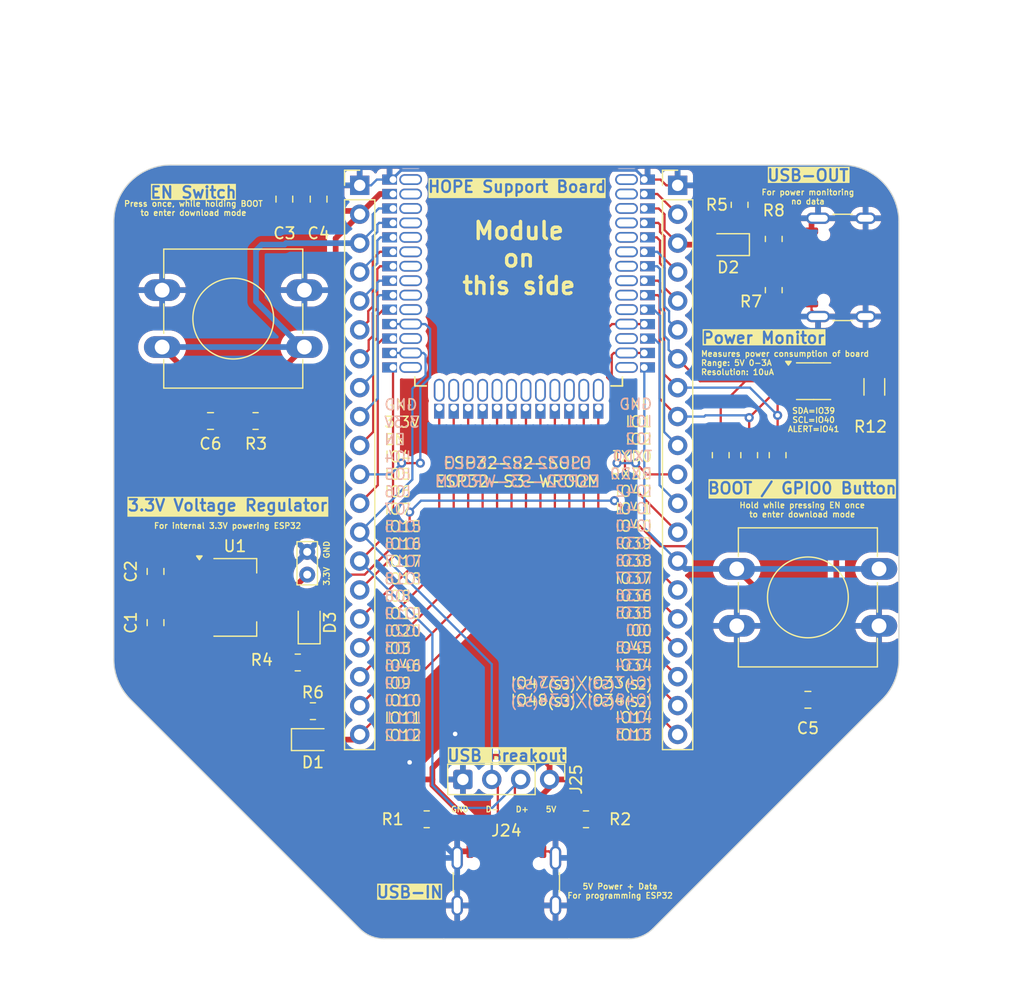
<source format=kicad_pcb>
(kicad_pcb (version 20240108) (generator "pcbnew") (generator_version "8.0")
  (layers (0 "F.Cu" signal) (31 "B.Cu" signal) (34 "B.Paste" user) (35 "F.Paste" user) (36 "B.SilkS" user "B.Silkscreen") (37 "F.SilkS" user "F.Silkscreen") (38 "B.Mask" user) (39 "F.Mask" user) (44 "Edge.Cuts" user))
  (net 0 "")
  (net 1 "GND")
  (net 2 "/EN")
  (net 3 "/IO34")
  (net 4 "/IO35")
  (net 5 "/IO33")
  (net 6 "/IO14")
  (net 7 "/IO12")
  (net 8 "/IO13")
  (net 9 "/IO15")
  (net 10 "/IO2")
  (net 11 "/IO21")
  (net 12 "+5V")
  (net 13 "/IO18")
  (net 14 "/IO5")
  (net 15 "/IO16")
  (net 16 "/IO4")
  (net 17 "/IO0")
  (net 18 "+3.3V")
  (net 19 "/IO6")
  (net 20 "/IO7")
  (net 21 "/IO17")
  (net 22 "/IO8")
  (net 23 "Net-(D1-K)")
  (net 24 "/IO3")
  (net 25 "/IO46")
  (net 26 "/IO9")
  (net 27 "/IO10")
  (net 28 "/IO11")
  (net 29 "/IO1")
  (net 30 "/TXD0")
  (net 31 "/RXD0")
  (net 32 "/IO42")
  (net 33 "/IO41")
  (net 34 "/IO40")
  (net 35 "/IO39")
  (net 36 "/IO38")
  (net 37 "/IO37")
  (net 38 "/IO36")
  (net 39 "/IO45")
  (net 40 "Net-(D2-K)")
  (net 41 "Net-(D3-K)")
  (net 42 "D+")
  (net 43 "D-")
  (net 45 "Net-(J24-CC1)")
  (net 46 "Net-(J24-CC2)")
  (net 50 "/5VOUT")
  (net 52 "Net-(J26-CC1)")
  (net 54 "Net-(J26-CC2)")
  (footprint "Connector_PinHeader_2.54mm:PinHeader_1x20_P2.54mm_Vertical" (layer "F.Cu") (at 162.052 81.788)
    (property "Reference" "J22" (hide yes))
    (property "Value" "Conn_01x20")
  )
  (footprint "Package_SO:VSSOP-10_3x3mm_P0.5mm" (layer "F.Cu") (at 174 99)
    (property "Reference" "U2" (hide yes))
    (property "Value" "INA228")
  )
  (footprint "Package_TO_SOT_SMD:SOT-223-3_TabPin2" (layer "F.Cu") (at 123.15 118)
    (property "Reference" "U1")
    (property "Value" "LD1117S33TR_SOT223")
  )
  (footprint "Capacitor_SMD:C_0805_2012Metric_Pad1.18x1.45mm_HandSolder" (layer "F.Cu") (at 127.49 83 90)
    (property "Reference" "C3")
    (property "Value" "1uF")
  )
  (footprint "FlexyPin:FlexyPin_1x02_P1.27mm" (layer "F.Cu") (at 152.534 101.346 90)
    (property "Reference" "J14" (hide yes))
    (property "Value" "Conn_01x02")
  )
  (footprint "Resistor_SMD:R_0805_2012Metric_Pad1.20x1.40mm_HandSolder" (layer "F.Cu") (at 165.84 105.5 -90)
    (property "Reference" "R11" (hide yes))
    (property "Value" "5.1k")
  )
  (footprint "FlexyPin:FlexyPin_1x02_P1.27mm" (layer "F.Cu") (at 137.04 86.36)
    (property "Reference" "J4" (hide yes))
    (property "Value" "Conn_01x02")
  )
  (footprint "Resistor_SMD:R_0805_2012Metric_Pad1.20x1.40mm_HandSolder" (layer "F.Cu") (at 170.5 91 -90)
    (property "Reference" "R7")
    (property "Value" "10k")
  )
  (footprint "Capacitor_SMD:C_0805_2012Metric_Pad1.18x1.45mm_HandSolder" (layer "F.Cu") (at 116.17 115.72 90)
    (property "Reference" "C2")
    (property "Value" "10uF")
  )
  (footprint "Connector_PinHeader_2.54mm:PinHeader_1x04_P2.54mm_Vertical" (layer "F.Cu") (at 150.8 134 -90)
    (property "Reference" "J25")
    (property "Value" "Conn_01x04")
  )
  (footprint "FlexyPin:FlexyPin_1x02_P1.27mm" (layer "F.Cu") (at 137.04 93.98)
    (property "Reference" "J7" (hide yes))
    (property "Value" "Conn_01x02")
  )
  (footprint "Connector_PinHeader_2.54mm:PinHeader_1x20_P2.54mm_Vertical" (layer "F.Cu") (at 134.112 81.788)
    (property "Reference" "J1" (hide yes))
    (property "Value" "Conn_01x20")
  )
  (footprint "FlexyPin:FlexyPin_1x02_P1.27mm" (layer "F.Cu") (at 147.454 101.346 90)
    (property "Reference" "J11" (hide yes))
    (property "Value" "Conn_01x02")
  )
  (footprint "FlexyPin:FlexyPin_1x02_P1.27mm" (layer "F.Cu") (at 137.04 88.9)
    (property "Reference" "J5" (hide yes))
    (property "Value" "Conn_01x02")
  )
  (footprint "FlexyPin:FlexyPin_1x02_P1.27mm" (layer "F.Cu") (at 137.04 91.44)
    (property "Reference" "J6" (hide yes))
    (property "Value" "Conn_01x02")
  )
  (footprint "Resistor_SMD:R_0805_2012Metric_Pad1.20x1.40mm_HandSolder" (layer "F.Cu") (at 170.5 86.5 90)
    (property "Reference" "R8")
    (property "Value" "10k")
  )
  (footprint "FlexyPin:FlexyPin_1x02_P1.27mm" (layer "F.Cu") (at 159.1126 87.63 180)
    (property "Reference" "J17" (hide yes))
    (property "Value" "Conn_01x02")
  )
  (footprint "Resistor_SMD:R_0805_2012Metric_Pad1.20x1.40mm_HandSolder" (layer "F.Cu") (at 140 137.5)
    (property "Reference" "R1")
    (property "Value" "5.1k")
  )
  (footprint "Capacitor_SMD:C_0805_2012Metric_Pad1.18x1.45mm_HandSolder" (layer "F.Cu") (at 130.5 83 90)
    (property "Reference" "C4")
    (property "Value" ".1uF")
  )
  (footprint "FlexyPin:FlexyPin_1x02_P1.27mm" (layer "F.Cu") (at 159.1126 85.09 180)
    (property "Reference" "J16" (hide yes))
    (property "Value" "Conn_01x02")
  )
  (footprint "Capacitor_SMD:C_0805_2012Metric_Pad1.18x1.45mm_HandSolder" (layer "F.Cu") (at 121 102.5)
    (property "Reference" "C6")
    (property "Value" ".1uF")
  )
  (footprint "FlexyPin:FlexyPin_1x02_P1.27mm" (layer "F.Cu") (at 159.1126 90.17 180)
    (property "Reference" "J18" (hide yes))
    (property "Value" "Conn_01x02")
  )
  (footprint "FlexyPin:FlexyPin_1x02_P1.27mm" (layer "F.Cu") (at 159.1126 92.71 180)
    (property "Reference" "J19" (hide yes))
    (property "Value" "Conn_01x02")
  )
  (footprint "FlexyPin:FlexyPin_1x01_P1.27mm" (layer "F.Cu") (at 155.08 101.34 90)
    (property "Reference" "J23" (hide yes))
    (property "Value" "Conn_01x01")
  )
  (footprint "FlexyPin:FlexyPin_1x02_P1.27mm" (layer "F.Cu") (at 137.04 81.28)
    (property "Reference" "J2" (hide yes))
    (property "Value" "Conn_01x02")
  )
  (footprint "Connector_USB:USB_C_Receptacle_GCT_USB4105-xx-A_16P_TopMnt_Horizontal" (layer "F.Cu") (at 177.5 89 90)
    (property "Reference" "J26" (hide yes))
    (property "Value" "USB_C_Receptacle_USB2.0")
  )
  (footprint "Resistor_SMD:R_0805_2012Metric_Pad1.20x1.40mm_HandSolder" (layer "F.Cu") (at 154 137.5 180)
    (property "Reference" "R2")
    (property "Value" "5.1k")
  )
  (footprint "Resistor_SMD:R_0805_2012Metric_Pad1.20x1.40mm_HandSolder" (layer "F.Cu") (at 168.34 105.5 -90)
    (property "Reference" "R9" (hide yes))
    (property "Value" "5.1k")
  )
  (footprint "Resistor_SMD:R_1206_3216Metric_Pad1.30x1.75mm_HandSolder" (layer "F.Cu") (at 179.34 99.5 -90)
    (property "Reference" "R12")
    (property "Value" "50m")
  )
  (footprint "Capacitor_SMD:C_0805_2012Metric_Pad1.18x1.45mm_HandSolder" (layer "F.Cu") (at 116.17 120.22 -90)
    (property "Reference" "C1")
    (property "Value" "100nF")
  )
  (footprint "Resistor_SMD:R_0805_2012Metric_Pad1.20x1.40mm_HandSolder" (layer "F.Cu") (at 167.5 83.5 90)
    (property "Reference" "R5")
    (property "Value" "130")
  )
  (footprint "FlexyPin:FlexyPin_1x02_P1.27mm" (layer "F.Cu") (at 137.04 83.82)
    (property "Reference" "J3" (hide yes))
    (property "Value" "Conn_01x02")
  )
  (footprint "Button_Switch_THT:SW_PUSH-12mm" (layer "F.Cu") (at 116.75 91)
    (property "Reference" "SW2" (hide yes))
    (property "Value" "Reset")
  )
  (footprint "Diode_SMD:D_0805_2012Metric_Pad1.15x1.40mm_HandSolder" (layer "F.Cu") (at 129.67 120.22 90)
    (property "Reference" "D3")
    (property "Value" "LED")
  )
  (footprint "Button_Switch_THT:SW_PUSH-12mm" (layer "F.Cu") (at 167.25 115.5)
    (property "Reference" "SW1" (hide yes))
    (property "Value" "Boot")
  )
  (footprint "Diode_SMD:D_0805_2012Metric_Pad1.15x1.40mm_HandSolder" (layer "F.Cu") (at 166.5 87 180)
    (property "Reference" "D2")
    (property "Value" "LED")
  )
  (footprint "Capacitor_SMD:C_0805_2012Metric_Pad1.18x1.45mm_HandSolder" (layer "F.Cu") (at 173.5 127)
    (property "Reference" "C5")
    (property "Value" ".1uF")
  )
  (footprint "Connector_USB:USB_C_Receptacle_GCT_USB4105-xx-A_16P_TopMnt_Horizontal" (layer "F.Cu") (at 147 144)
    (property "Reference" "J24")
    (property "Value" "USB_C_Receptacle_USB2.0")
  )
  (footprint "TestPoint:TestPoint_Bridge_Pitch2.0mm_Drill0.7mm" (layer "F.Cu") (at 129.5 116 90)
    (property "Reference" "REF**" (hide yes))
    (property "Value" "TestPoint_Bridge_Pitch2.0mm_Drill0.7mm")
  )
  (footprint "FlexyPin:FlexyPin_1x02_P1.27mm" (layer "F.Cu") (at 159.1126 97.79 180)
    (property "Reference" "J21" (hide yes))
    (property "Value" "Conn_01x02")
  )
  (footprint "FlexyPin:FlexyPin_1x02_P1.27mm" (layer "F.Cu") (at 159.1126 82.55 180)
    (property "Reference" "J15" (hide yes))
    (property "Value" "Conn_01x02")
  )
  (footprint "Resistor_SMD:R_0805_2012Metric_Pad1.20x1.40mm_HandSolder" (layer "F.Cu") (at 170.84 105.5 -90)
    (property "Reference" "R10" (hide yes))
    (property "Value" "5.1k")
  )
  (footprint "Resistor_SMD:R_0805_2012Metric_Pad1.20x1.40mm_HandSolder" (layer "F.Cu") (at 130 128)
    (property "Reference" "R6")
    (property "Value" "130")
  )
  (footprint "FlexyPin:FlexyPin_1x01_P1.27mm" (layer "F.Cu") (at 141.1 101.34 90)
    (property "Reference" "J12" (hide yes))
    (property "Value" "Conn_01x01")
  )
  (footprint "FlexyPin:FlexyPin_1x02_P1.27mm" (layer "F.Cu") (at 149.994 101.346 90)
    (property "Reference" "J13" (hide yes))
    (property "Value" "Conn_01x02")
  )
  (footprint "Resistor_SMD:R_0805_2012Metric_Pad1.20x1.40mm_HandSolder" (layer "F.Cu") (at 124.9625 102.5 180)
    (property "Reference" "R3")
    (property "Value" "10k")
  )
  (footprint "Resistor_SMD:R_0805_2012Metric_Pad1.20x1.40mm_HandSolder" (layer "F.Cu") (at 128.67 123.72 180)
    (property "Reference" "R4")
    (property "Value" "130")
  )
  (footprint "FlexyPin:FlexyPin_1x02_P1.27mm" (layer "F.Cu") (at 144.914 101.346 90)
    (property "Reference" "J10" (hide yes))
    (property "Value" "Conn_01x02")
  )
  (footprint "FlexyPin:FlexyPin_1x02_P1.27mm" (layer "F.Cu") (at 137.04 96.52)
    (property "Reference" "J8" (hide yes))
    (property "Value" "Conn_01x02")
  )
  (footprint "FlexyPin:FlexyPin_1x02_P1.27mm" (layer "F.Cu") (at 159.1126 95.2545 180)
    (property "Reference" "J20" (hide yes))
    (property "Value" "Conn_01x02")
  )
  (footprint "FlexyPin:FlexyPin_1x02_P1.27mm" (layer "F.Cu") (at 142.374 101.346 90)
    (property "Reference" "J9" (hide yes))
    (property "Value" "Conn_01x02")
  )
  (footprint "Diode_SMD:D_0805_2012Metric_Pad1.15x1.40mm_HandSolder" (layer "F.Cu") (at 129.975 130.5)
    (property "Reference" "D1")
    (property "Value" "LED")
  )
  (gr_line (start 138.96 99.415) (end 139.96 99.415) (stroke (width 0.15)) (layer "F.SilkS"))
  (gr_line (start 138.96 98.635) (end 138.96 99.415) (stroke (width 0.15)) (layer "F.SilkS"))
  (gr_line (start 157.2 98.635) (end 157.2 99.415) (stroke (width 0.15)) (layer "F.SilkS"))
  (gr_line (start 157.2 99.415) (end 156.2 99.415) (stroke (width 0.15)) (layer "F.SilkS"))
  (gr_arc (start 176.5 80) (mid 180.035534 81.464466) (end 181.5 85) (stroke (width 0.1)) (layer "Edge.Cuts"))
  (gr_line (start 112.5 123.428932) (end 112.5 85) (stroke (width 0.1)) (layer "Edge.Cuts"))
  (gr_arc (start 112.5 85) (mid 113.964466 81.464466) (end 117.5 80) (stroke (width 0.1)) (layer "Edge.Cuts"))
  (gr_arc (start 159.87868 147.12132) (mid 158.90541 147.771639) (end 157.757359 148) (stroke (width 0.1)) (layer "Edge.Cuts"))
  (gr_arc (start 181.5 123.428932) (mid 181.119387 125.342342) (end 180.035534 126.964466) (stroke (width 0.1)) (layer "Edge.Cuts"))
  (gr_line (start 181.5 85) (end 181.5 123.428932) (stroke (width 0.1)) (layer "Edge.Cuts"))
  (gr_line (start 152.5 148) (end 157.757359 148) (stroke (width 0.1)) (layer "Edge.Cuts"))
  (gr_line (start 152.5 148) (end 141.5 148) (stroke (width 0.1)) (layer "Edge.Cuts"))
  (gr_line (start 134.12132 147.12132) (end 113.964466 126.964466) (stroke (width 0.1)) (layer "Edge.Cuts"))
  (gr_line (start 159.87868 147.12132) (end 180.035534 126.964466) (stroke (width 0.1)) (layer "Edge.Cuts"))
  (gr_line (start 117.5 80) (end 176.5 80) (stroke (width 0.1)) (layer "Edge.Cuts"))
  (gr_arc (start 113.964466 126.964466) (mid 112.880592 125.342351) (end 112.5 123.428932) (stroke (width 0.1)) (layer "Edge.Cuts"))
  (gr_line (start 136.242641 148) (end 141.5 148) (stroke (width 0.1)) (layer "Edge.Cuts"))
  (gr_arc (start 136.242641 148) (mid 135.09459 147.771638) (end 134.12132 147.12132) (stroke (width 0.1)) (layer "Edge.Cuts"))
  (gr_text "ESP32-S2-SOLO\nESP32-S3-WROOM\n" (at 147.98 107 0) (layer "B.SilkS") (effects (font (size 1 1)) (justify mirror)))
  (gr_text "GND\n3.3V\nEN\nIO4\nIO5\nIO6\nIO7\nIO15\nIO16\nIO17\nIO18\nIO8\nIO19\nIO20\nIO3\nIO46\nIO9\nIO10\nIO11\nIO12" (at 136.186479 115.595069 0) (layer "B.SilkS") (effects (font (size 0.95 0.95) (thickness 0.13)) (justify right mirror)))
  (gr_text "\nGND\nIO1\nIO2\nTXD0\nRXD0\nIO42\nIO41\nIO40\nIO39\nIO38\nIO37\nIO36\nIO35\nIO0\nIO45\nIO34\nIO47_{(S3)}/IO33_{(S2)}\nIO48_{(S3)}/IO34_{(S2)}\nIO14\nIO13" (at 159.898285 114.780845 0) (layer "B.SilkS") (effects (font (size 0.95 0.95) (thickness 0.13)) (justify left mirror)))
  (gr_text "SDA=IO39\nSCL=IO40\nALERT=IO41" (at 174 103.5 0) (layer "F.SilkS") (effects (font (size 0.5 0.5) (thickness 0.1) (bold yes)) (justify bottom)))
  (gr_text "Power Monitor" (at 169.576044 95.776262 0) (layer "F.SilkS" knockout) (effects (font (size 1 1) (thickness 0.2) (bold yes)) (justify bottom)))
  (gr_text "For power monitoring\nno data" (at 173.5 83.5 0) (layer "F.SilkS") (effects (font (size 0.5 0.5) (thickness 0.1) (bold yes)) (justify bottom)))
  (gr_text "USB Breakout" (at 147 132.5 0) (layer "F.SilkS" knockout) (effects (font (size 1 1) (thickness 0.2) (bold yes)) (justify bottom)))
  (gr_text "3.3V  GND" (at 131.5 115 90) (layer "F.SilkS") (effects (font (size 0.5 0.5) (thickness 0.1) (bold yes)) (justify bottom)))
  (gr_text "Hold while pressing EN once\nto enter download mode" (at 173 111 0) (layer "F.SilkS") (effects (font (size 0.5 0.5) (thickness 0.1) (bold yes)) (justify bottom)))
  (gr_text "Measures power consumption of board\nRange: 5V 0-3A\nResolution: 10uA" (at 164.056695 98.492308 0) (layer "F.SilkS") (effects (font (size 0.5 0.5) (thickness 0.1) (bold yes)) (justify left bottom)))
  (gr_text "EN Switch" (at 119.5 83 0) (layer "F.SilkS" knockout) (effects (font (size 1 1) (thickness 0.2) (bold yes)) (justify bottom)))
  (gr_text "Press once, while holding BOOT\nto enter download mode" (at 119.5 84.5 0) (layer "F.SilkS") (effects (font (size 0.5 0.5) (thickness 0.1) (bold yes)) (justify bottom)))
  (gr_text "Module\non\nthis side" (at 148.1 88.2 0) (layer "F.SilkS") (effects (font (size 1.5 1.5) (thickness 0.3) (bold yes))))
  (gr_text "GND    D-    D+    5V" (at 146.761537 136.918024 0) (layer "F.SilkS") (effects (font (size 0.5 0.5) (thickness 0.1) (bold yes)) (justify bottom)))
  (gr_text "HOPE Support Board" (at 140 82.5 0) (layer "F.SilkS" knockout) (effects (font (size 1 1) (thickness 0.2) (bold yes)) (justify left bottom)))
  (gr_text "3.3V Voltage Regulator\n" (at 122.5 110.5 0) (layer "F.SilkS" knockout) (effects (font (size 1 1) (thickness 0.2) (bold yes)) (justify bottom)))
  (gr_text "GND\n3.3V\nEN\nIO4\nIO5\nIO6\nIO7\nIO15\nIO16\nIO17\nIO18\nIO8\nIO19\nIO20\nIO3\nIO46\nIO9\nIO10\nIO11\nIO12" (at 136.2 115.6 0) (layer "F.SilkS") (effects (font (size 0.95 0.95) (thickness 0.13)) (justify left)))
  (gr_text "USB-OUT" (at 173.5 81.5 0) (layer "F.SilkS" knockout) (effects (font (size 1 1) (thickness 0.2) (bold yes)) (justify bottom)))
  (gr_text "\nGND\nIO1\nIO2\nTXD0\nRXD0\nIO42\nIO41\nIO40\nIO39\nIO38\nIO37\nIO36\nIO35\nIO0\nIO45\nIO34\nIO47_{(S3)}/IO33_{(S2)}\nIO48_{(S3)}/IO34_{(S2)}\nIO14\nIO13" (at 159.9 114.8 0) (layer "F.SilkS") (effects (font (size 0.95 0.95) (thickness 0.13)) (justify right)))
  (gr_text "BOOT / GPIO0 Button" (at 173 109 0) (layer "F.SilkS" knockout) (effects (font (size 1 1) (thickness 0.2) (bold yes)) (justify bottom)))
  (gr_text "5V Power + Data\nFor programming ESP32" (at 157 144.5 0) (layer "F.SilkS") (effects (font (size 0.5 0.5) (thickness 0.1) (bold yes)) (justify bottom)))
  (gr_text "ESP32-S2-SOLO\nESP32-S3-WROOM" (at 147.98 107 0) (layer "F.SilkS") (effects (font (size 1 1))))
  (gr_text "USB-IN" (at 138.5 144.5 0) (layer "F.SilkS" knockout) (effects (font (size 1 1) (thickness 0.2) (bold yes)) (justify bottom)))
  (gr_text "For internal 3.3V powering ESP32" (at 122.5 112 0) (layer "F.SilkS") (effects (font (size 0.5 0.5) (thickness 0.1) (bold yes)) (justify bottom)))
  (segment (start 161.052 81.788) (end 160.544 81.28) (width 0.2) (layer "F.Cu") (net 1))
  (segment (start 142.5 130) (end 141 130) (width 0.5) (layer "F.Cu") (net 1))
  (segment (start 150.745 140.32) (end 151.32 140.895) (width 0.2) (layer "F.Cu") (net 1))
  (segment (start 162.052 81.788) (end 161.052 81.788) (width 0.2) (layer "F.Cu") (net 1))
  (segment (start 171.8 98.5) (end 171.8 98) (width 0.2) (layer "F.Cu") (net 1))
  (segment (start 173.82 92.745) (end 174.395 93.32) (width 0.2) (layer "F.Cu") (net 1))
  (segment (start 141 130) (end 138.5 132.5) (width 0.5) (layer "F.Cu") (net 1))
  (segment (start 173.5 98.5) (end 171.8 98.5) (width 0.2) (layer "F.Cu") (net 1))
  (segment (start 176.2 99.5) (end 174.5 99.5) (width 0.2) (layer "F.Cu") (net 1))
  (segment (start 173.82 92.2) (end 173.82 92.745) (width 0.2) (layer "F.Cu") (net 1))
  (segment (start 160.544 81.28) (end 159.124 81.28) (width 0.2) (layer "F.Cu") (net 1))
  (segment (start 150.2 140.32) (end 150.745 140.32) (width 0.2) (layer "F.Cu") (net 1))
  (segment (start 174.5 99.5) (end 173.5 98.5) (width 0.2) (layer "F.Cu") (net 1))
  (via (at 142.5 130) (size 0.8) (drill 0.4) (layers "F.Cu" "B.Cu") (net 1))
  (via (at 138.5 132.5) (size 0.8) (drill 0.4) (layers "F.Cu" "B.Cu") (net 1))
  (segment (start 138.5 136.715) (end 142.68 140.895) (width 0.5) (layer "B.Cu") (net 1))
  (segment (start 159.1126 81.174308) (end 158.408292 80.47) (width 0.25) (layer "B.Cu") (net 1))
  (segment (start 138.5 132.5) (end 138.5 136.715) (width 0.5) (layer "B.Cu") (net 1))
  (segment (start 135.112 81.788) (end 135.62 81.28) (width 0.2) (layer "B.Cu") (net 1))
  (segment (start 137.744308 80.47) (end 137.04 81.174308) (width 0.25) (layer "B.Cu") (net 1))
  (segment (start 143.18 130.68) (end 142.5 130) (width 0.5) (layer "B.Cu") (net 1))
  (segment (start 143.18 134) (end 143.18 130.68) (width 0.5) (layer "B.Cu") (net 1))
  (segment (start 135.62 81.28) (end 137.04 81.28) (width 0.2) (layer "B.Cu") (net 1))
  (segment (start 158.408292 80.47) (end 137.744308 80.47) (width 0.25) (layer "B.Cu") (net 1))
  (segment (start 134.112 81.788) (end 135.112 81.788) (width 0.2) (layer "B.Cu") (net 1))
  (segment (start 116.75 96) (end 122.0375 101.2875) (width 0.5) (layer "F.Cu") (net 2))
  (segment (start 123.9625 102.5) (end 122.0375 102.5) (width 0.5) (layer "F.Cu") (net 2))
  (segment (start 123.9625 102.5) (end 123.9625 101.2875) (width 0.5) (layer "F.Cu") (net 2))
  (segment (start 123.9625 101.2875) (end 129.25 96) (width 0.5) (layer "F.Cu") (net 2))
  (segment (start 122.0375 101.2875) (end 122.0375 102.5) (width 0.5) (layer "F.Cu") (net 2))
  (segment (start 135.78 83.82) (end 137.04 83.82) (width 0.2) (layer "B.Cu") (net 2))
  (segment (start 127.632 86.868) (end 134.112 86.868) (width 0.5) (layer "B.Cu") (net 2))
  (segment (start 125 87.5) (end 125.5 87) (width 0.5) (layer "B.Cu") (net 2))
  (segment (start 134.112 86.868) (end 135.261511 85.718489) (width 0.2) (layer "B.Cu") (net 2))
  (segment (start 135.261511 85.718489) (end 135.261511 84.338489) (width 0.2) (layer "B.Cu") (net 2))
  (segment (start 129.25 96) (end 129 96) (width 0.5) (layer "B.Cu") (net 2))
  (segment (start 125 92) (end 125 87.5) (width 0.5) (layer "B.Cu") (net 2))
  (segment (start 125.5 87) (end 127.5 87) (width 0.5) (layer "B.Cu") (net 2))
  (segment (start 127.5 87) (end 127.632 86.868) (width 0.5) (layer "B.Cu") (net 2))
  (segment (start 129.25 96) (end 116.75 96) (width 0.5) (layer "B.Cu") (net 2))
  (segment (start 135.261511 84.338489) (end 135.78 83.82) (width 0.2) (layer "B.Cu") (net 2))
  (segment (start 129 96) (end 125 92) (width 0.5) (layer "B.Cu") (net 2))
  (segment (start 153.804 111.64) (end 162.052 119.888) (width 0.2) (layer "F.Cu") (net 3))
  (segment (start 153.804 101.346) (end 153.804 111.64) (width 0.2) (layer "F.Cu") (net 3))
  (segment (start 156.444 96.52) (end 156.26308 96.70092) (width 0.2) (layer "F.Cu") (net 4))
  (segment (start 156.26308 98.49908) (end 157.424 99.66) (width 0.2) (layer "F.Cu") (net 4))
  (segment (start 156.26308 96.70092) (end 156.26308 98.49908) (width 0.2) (layer "F.Cu") (net 4))
  (segment (start 159.124 96.52) (end 156.444 96.52) (width 0.2) (layer "F.Cu") (net 4))
  (segment (start 157.424 107.64) (end 162.052 112.268) (width 0.2) (layer "F.Cu") (net 4))
  (segment (start 157.424 99.66) (end 157.424 107.64) (width 0.2) (layer "F.Cu") (net 4))
  (segment (start 152.534 112.91) (end 162.052 122.428) (width 0.2) (layer "F.Cu") (net 5))
  (segment (start 152.534 101.346) (end 152.534 112.91) (width 0.2) (layer "F.Cu") (net 5))
  (segment (start 149.994 115.45) (end 162.052 127.508) (width 0.2) (layer "F.Cu") (net 6))
  (segment (start 149.994 101.346) (end 149.994 115.45) (width 0.2) (layer "F.Cu") (net 6))
  (segment (start 133.66 130.5) (end 134.112 130.048) (width 0.5) (layer "F.Cu") (net 7))
  (segment (start 131 130.5) (end 133.66 130.5) (width 0.5) (layer "F.Cu") (net 7))
  (segment (start 147.454 101.346) (end 147.454 116.706) (width 0.2) (layer "F.Cu") (net 7))
  (segment (start 147.454 116.706) (end 134.112 130.048) (width 0.2) (layer "F.Cu") (net 7))
  (segment (start 148.724 116.72) (end 162.052 130.048) (width 0.2) (layer "F.Cu") (net 8))
  (segment (start 148.724 101.346) (end 148.724 116.72) (width 0.2) (layer "F.Cu") (net 8))
  (segment (start 134.112 99.568) (end 135.3 98.38) (width 0.2) (layer "B.Cu") (net 9))
  (segment (start 135.83 90.17) (end 137.04 90.17) (width 0.2) (layer "B.Cu") (net 9))
  (segment (start 135.3 98.38) (end 135.3 91.325006) (width 0.2) (layer "B.Cu") (net 9))
  (segment (start 135.661031 90.338969) (end 135.83 90.17) (width 0.2) (layer "B.Cu") (net 9))
  (segment (start 135.661031 90.963975) (end 135.661031 90.338969) (width 0.2) (layer "B.Cu") (net 9))
  (segment (start 135.3 91.325006) (end 135.661031 90.963975) (width 0.2) (layer "B.Cu") (net 9))
  (segment (start 162.052 86.868) (end 160.902489 85.718489) (width 0.2) (layer "F.Cu") (net 10))
  (segment (start 162.184 87) (end 162.052 86.868) (width 0.5) (layer "F.Cu") (net 10))
  (segment (start 160.902489 85.718489) (end 160.902489 84.338489) (width 0.2) (layer "F.Cu") (net 10))
  (segment (start 160.902489 84.338489) (end 160.384 83.82) (width 0.2) (layer "F.Cu") (net 10))
  (segment (start 160.384 83.82) (end 159.124 83.82) (width 0.2) (layer "F.Cu") (net 10))
  (segment (start 165.475 87) (end 162.184 87) (width 0.5) (layer "F.Cu") (net 10))
  (segment (start 151.264 114.18) (end 162.052 124.968) (width 0.2) (layer "F.Cu") (net 11))
  (segment (start 151.264 101.346) (end 151.264 114.18) (width 0.2) (layer "F.Cu") (net 11))
  (segment (start 179.34 101.05) (end 179.34 109.16) (width 0.5) (layer "F.Cu") (net 12))
  (segment (start 150.8 132.8) (end 150 132) (width 0.5) (layer "F.Cu") (net 12))
  (segment (start 141.5 132) (end 140.5 133) (width 0.5) (layer "F.Cu") (net 12))
  (segment (start 150.8 134) (end 150.8 134.7) (width 0.5) (layer "F.Cu") (net 12))
  (segment (start 177 123.5) (end 177 127.5) (width 0.5) (layer "F.Cu") (net 12))
  (segment (start 150 132) (end 141.5 132) (width 0.5) (layer "F.Cu") (net 12))
  (segment (start 170.5 134) (end 150.8 134) (width 0.5) (layer "F.Cu") (net 12))
  (segment (start 176.95741 100) (end 177.225 99.73241) (width 0.2) (layer "F.Cu") (net 12))
  (segment (start 179.34 101.05) (end 177.25 101.05) (width 0.2) (layer "F.Cu") (net 12))
  (segment (start 177 127.5) (end 170.5 134) (width 0.5) (layer "F.Cu") (net 12))
  (segment (start 177.225 99.73241) (end 177.225 99.26759) (width 0.2) (layer "F.Cu") (net 12))
  (segment (start 120 125.5) (end 120 120.3) (width 0.5) (layer "F.Cu") (net 12))
  (segment (start 177.25 101.05) (end 176.2 100) (width 0.2) (layer "F.Cu") (net 12))
  (segment (start 176.95741 99) (end 176.2 99) (width 0.2) (layer "F.Cu") (net 12))
  (segment (start 144.6 138.6) (end 144.6 140.32) (width 0.5) (layer "F.Cu") (net 12))
  (segment (start 140.5 134.5) (end 144.6 138.6) (width 0.5) (layer "F.Cu") (net 12))
  (segment (start 176.2 100) (end 176.95741 100) (width 0.2) (layer "F.Cu") (net 12))
  (segment (start 140.5 133) (end 140.5 134) (width 0.5) (layer "F.Cu") (net 12))
  (segment (start 177.225 99.26759) (end 176.95741 99) (width 0.2) (layer "F.Cu") (net 12))
  (segment (start 175.175 98.73241) (end 175.44259 99) (width 0.2) (layer "F.Cu") (net 12))
  (segment (start 175.44259 98) (end 175.175 98.26759) (width 0.2) (layer "F.Cu") (net 12))
  (segment (start 140.5 134) (end 128.5 134) (width 0.5) (layer "F.Cu") (net 12))
  (segment (start 128.5 134) (end 120 125.5) (width 0.5) (layer "F.Cu") (net 12))
  (segment (start 149.4 136.1) (end 149.4 140.32) (width 0.5) (layer "F.Cu") (net 12))
  (segment (start 117.2875 120.3) (end 116.17 119.1825) (width 0.5) (layer "F.Cu") (net 12))
  (segment (start 176 112.5) (end 176 122.5) (width 0.5) (layer "F.Cu") (net 12))
  (segment (start 120 120.3) (end 117.2875 120.3) (width 0.5) (layer "F.Cu") (net 12))
  (segment (start 150.8 134) (end 150.8 132.8) (width 0.5) (layer "F.Cu") (net 12))
  (segment (start 175.175 98.26759) (end 175.175 98.73241) (width 0.2) (layer "F.Cu") (net 12))
  (segment (start 140.5 134) (end 140.5 134.5) (width 0.5) (layer "F.Cu") (net 12))
  (segment (start 176.2 98) (end 175.44259 98) (width 0.2) (layer "F.Cu") (net 12))
  (segment (start 176 122.5) (end 177 123.5) (width 0.5) (layer "F.Cu") (net 12))
  (segment (start 179.34 109.16) (end 176 112.5) (width 0.5) (layer "F.Cu") (net 12))
  (segment (start 150.8 134.7) (end 149.4 136.1) (width 0.5) (layer "F.Cu") (net 12))
  (segment (start 175.44259 99) (end 176.2 99) (width 0.2) (layer "F.Cu") (net 12))
  (segment (start 139.4395 106.2) (end 137.8 106.2) (width 0.2) (layer "F.Cu") (net 13))
  (via (at 139.4395 106.2) (size 0.8) (drill 0.4) (layers "F.Cu" "B.Cu") (net 13))
  (via (at 137.8 106.2) (size 0.8) (drill 0.4) (layers "F.Cu" "B.Cu") (net 13))
  (segment (start 137.04 93.98) (end 138.59 93.98) (width 0.2) (layer "B.Cu") (net 13))
  (segment (start 139.88 93.98) (end 138.59 93.98) (width 0.2) (layer "B.Cu") (net 13))
  (segment (start 140.3 94.4) (end 139.88 93.98) (width 0.2) (layer "B.Cu") (net 13))
  (segment (start 137.8 106.2) (end 136.812 107.188) (width 0.2) (layer "B.Cu") (net 13))
  (segment (start 139.4395 99.525506) (end 140.3 98.665006) (width 0.2) (layer "B.Cu") (net 13))
  (segment (start 136.812 107.188) (end 134.112 107.188) (width 0.2) (layer "B.Cu") (net 13))
  (segment (start 140.3 98.665006) (end 140.3 94.4) (width 0.2) (layer "B.Cu") (net 13))
  (segment (start 139.4395 106.2) (end 139.4395 99.525506) (width 0.2) (layer "B.Cu") (net 13))
  (segment (start 135.661031 88.638969) (end 135.661031 86.638969) (width 0.2) (layer "B.Cu") (net 14))
  (segment (start 135.261511 89.038489) (end 135.661031 88.638969) (width 0.2) (layer "B.Cu") (net 14))
  (segment (start 135.94 86.36) (end 137.04 86.36) (width 0.2) (layer "B.Cu") (net 14))
  (segment (start 135.261511 90.798489) (end 135.261511 89.038489) (width 0.2) (layer "B.Cu") (net 14))
  (segment (start 135.661031 86.638969) (end 135.94 86.36) (width 0.2) (layer "B.Cu") (net 14))
  (segment (start 134.112 91.948) (end 135.261511 90.798489) (width 0.2) (layer "B.Cu") (net 14))
  (segment (start 134.112 102.108) (end 135.69952 100.52048) (width 0.2) (layer "B.Cu") (net 15))
  (segment (start 135.69952 100.52048) (end 135.69952 91.60048) (width 0.2) (layer "B.Cu") (net 15))
  (segment (start 135.86 91.44) (end 137.04 91.44) (width 0.2) (layer "B.Cu") (net 15))
  (segment (start 135.69952 91.60048) (end 135.86 91.44) (width 0.2) (layer "B.Cu") (net 15))
  (segment (start 134.112 89.408) (end 135.261511 88.258489) (width 0.2) (layer "B.Cu") (net 16))
  (segment (start 135.661031 85.238969) (end 135.81 85.09) (width 0.2) (layer "B.Cu") (net 16))
  (segment (start 135.261511 88.258489) (end 135.261511 86.283495) (width 0.2) (layer "B.Cu") (net 16))
  (segment (start 135.261511 86.283495) (end 135.661031 85.883975) (width 0.2) (layer "B.Cu") (net 16))
  (segment (start 135.661031 85.883975) (end 135.661031 85.238969) (width 0.2) (layer "B.Cu") (net 16))
  (segment (start 135.81 85.09) (end 137.04 85.09) (width 0.2) (layer "B.Cu") (net 16))
  (segment (start 172.4625 120.7125) (end 167.25 115.5) (width 0.5) (layer "F.Cu") (net 17))
  (segment (start 172.4625 127) (end 172.4625 120.7125) (width 0.5) (layer "F.Cu") (net 17))
  (segment (start 167.25 115.5) (end 162.744 115.5) (width 0.5) (layer "B.Cu") (net 17))
  (segment (start 167.25 115.5) (end 179.75 115.5) (width 0.5) (layer "B.Cu") (net 17))
  (segment (start 159.124 111.88) (end 162.052 114.808) (width 0.2) (layer "B.Cu") (net 17))
  (segment (start 159.124 97.79) (end 159.124 111.88) (width 0.2) (layer "B.Cu") (net 17))
  (segment (start 162.744 115.5) (end 162.052 114.808) (width 0.5) (layer "B.Cu") (net 17))
  (segment (start 138.5 110.5) (end 138.5 112.046346) (width 0.2) (layer "F.Cu") (net 18))
  (segment (start 130.5 84.0375) (end 133.8215 84.0375) (width 0.5) (layer "F.Cu") (net 18))
  (segment (start 132.865 116) (end 129.67 119.195) (width 0.2) (layer "F.Cu") (net 18))
  (segment (start 117.4125 118) (end 116.17 116.7575) (width 0.5) (layer "F.Cu") (net 18))
  (segment (start 134.112 84.328) (end 135.89 82.55) (width 0.5) (layer "F.Cu") (net 18))
  (segment (start 126.3 118) (end 127.5 118) (width 0.5) (layer "F.Cu") (net 18))
  (segment (start 165.84 106.5) (end 165.84 111.16) (width 0.2) (layer "F.Cu") (net 18))
  (segment (start 127.5 118) (end 129.5 116) (width 0.5) (layer "F.Cu") (net 18))
  (segment (start 163.5 113.5) (end 160.5 113.5) (width 0.2) (layer "F.Cu") (net 18))
  (segment (start 120 118) (end 117.4125 118) (width 0.5) (layer "F.Cu") (net 18))
  (segment (start 138.5 112.046346) (end 134.546346 116) (width 0.2) (layer "F.Cu") (net 18))
  (segment (start 134.546346 116) (end 132.865 116) (width 0.2) (layer "F.Cu") (net 18))
  (segment (start 133.8215 84.0375) (end 134.112 84.328) (width 0.5) (layer "F.Cu") (net 18))
  (segment (start 126.3 118) (end 128.475 118) (width 0.5) (layer "F.Cu") (net 18))
  (segment (start 132 86.44) (end 134.112 84.328) (width 0.5) (layer "F.Cu") (net 18))
  (segment (start 125.9625 102.5) (end 128.5 102.5) (width 0.5) (layer "F.Cu") (net 18))
  (segment (start 160.5 113.5) (end 156.5 109.5) (width 0.2) (layer "F.Cu") (net 18))
  (segment (start 127.49 84.0375) (end 130.5 84.0375) (width 0.5) (layer "F.Cu") (net 18))
  (segment (start 120 118) (end 126.3 118) (width 0.5) (layer "F.Cu") (net 18))
  (segment (start 126.3 102.8375) (end 125.9625 102.5) (width 0.5) (layer "F.Cu") (net 18))
  (segment (start 170.84 106.5) (end 165.84 106.5) (width 0.5) (layer "F.Cu") (net 18))
  (segment (start 165.84 111.16) (end 163.5 113.5) (width 0.2) (layer "F.Cu") (net 18))
  (segment (start 135.89 82.55) (end 137.04 82.55) (width 0.5) (layer "F.Cu") (net 18))
  (segment (start 132 99) (end 132 86.44) (width 0.5) (layer "F.Cu") (net 18))
  (segment (start 126.3 118) (end 126.3 102.8375) (width 0.5) (layer "F.Cu") (net 18))
  (segment (start 128.5 102.5) (end 132 99) (width 0.5) (layer "F.Cu") (net 18))
  (segment (start 128.475 118) (end 129.67 119.195) (width 0.5) (layer "F.Cu") (net 18))
  (via (at 138.5 110.5) (size 0.8) (drill 0.4) (layers "F.Cu" "B.Cu") (net 18))
  (via (at 156.5 109.5) (size 0.8) (drill 0.4) (layers "F.Cu" "B.Cu") (net 18))
  (segment (start 139 110) (end 138.5 110.5) (width 0.2) (layer "B.Cu") (net 18))
  (segment (start 139.5 109.5) (end 139 110) (width 0.2) (layer "B.Cu") (net 18))
  (segment (start 156.5 109.5) (end 139.5 109.5) (width 0.2) (layer "B.Cu") (net 18))
  (segment (start 134.112 94.488) (end 134.861991 93.738009) (width 0.2) (layer "F.Cu") (net 19))
  (segment (start 134.861992 92.838008) (end 135.261511 92.438489) (width 0.2) (layer "F.Cu") (net 19))
  (segment (start 134.861991 93.738009) (end 134.861992 92.838008) (width 0.2) (layer "F.Cu") (net 19))
  (segment (start 135.261511 92.438489) (end 135.261511 88.261511) (width 0.2) (layer "F.Cu") (net 19))
  (segment (start 135.893022 87.63) (end 137.04 87.63) (width 0.2) (layer "F.Cu") (net 19))
  (segment (start 135.261511 88.261511) (end 135.893022 87.63) (width 0.2) (layer "F.Cu") (net 19))
  (segment (start 134.90048 95.39952) (end 135.261511 95.038489) (width 0.2) (layer "F.Cu") (net 20))
  (segment (start 134.90048 96.23952) (end 134.90048 95.39952) (width 0.2) (layer "F.Cu") (net 20))
  (segment (start 135.9 88.9) (end 137.04 88.9) (width 0.2) (layer "F.Cu") (net 20))
  (segment (start 135.261511 93.003495) (end 135.66103 92.603976) (width 0.2) (layer "F.Cu") (net 20))
  (segment (start 135.66103 92.603976) (end 135.661031 89.138969) (width 0.2) (layer "F.Cu") (net 20))
  (segment (start 135.661031 89.138969) (end 135.9 88.9) (width 0.2) (layer "F.Cu") (net 20))
  (segment (start 134.112 97.028) (end 134.90048 96.23952) (width 0.2) (layer "F.Cu") (net 20))
  (segment (start 135.261511 95.038489) (end 135.261511 93.003495) (width 0.2) (layer "F.Cu") (net 20))
  (segment (start 136.19 92.71) (end 135.661031 93.238969) (width 0.2) (layer "F.Cu") (net 21))
  (segment (start 135.66103 95.203976) (end 135.3 95.565006) (width 0.2) (layer "F.Cu") (net 21))
  (segment (start 135.3 95.565006) (end 135.3 103.46) (width 0.2) (layer "F.Cu") (net 21))
  (segment (start 135.661031 93.238969) (end 135.66103 95.203976) (width 0.2) (layer "F.Cu") (net 21))
  (segment (start 135.3 103.46) (end 134.112 104.648) (width 0.2) (layer "F.Cu") (net 21))
  (segment (start 136.180012 95.25) (end 135.69952 95.730492) (width 0.2) (layer "F.Cu") (net 22))
  (segment (start 135.69952 108.14048) (end 134.112 109.728) (width 0.2) (layer "F.Cu") (net 22))
  (segment (start 137.04 95.25) (end 136.180012 95.25) (width 0.2) (layer "F.Cu") (net 22))
  (segment (start 135.69952 95.730492) (end 135.69952 108.14048) (width 0.2) (layer "F.Cu") (net 22))
  (segment (start 128.95 130.5) (end 128.95 128.05) (width 0.5) (layer "F.Cu") (net 23))
  (segment (start 128.95 128.05) (end 129 128) (width 0.5) (layer "F.Cu") (net 23))
  (segment (start 141.1 101.34) (end 141.1 110.36) (width 0.2) (layer "F.Cu") (net 24))
  (segment (start 141.1 110.36) (end 134.112 117.348) (width 0.2) (layer "F.Cu") (net 24))
  (segment (start 142.374 111.626) (end 134.112 119.888) (width 0.2) (layer "F.Cu") (net 25))
  (segment (start 142.374 101.346) (end 142.374 111.626) (width 0.2) (layer "F.Cu") (net 25))
  (segment (start 143.644 101.346) (end 143.644 112.896) (width 0.2) (layer "F.Cu") (net 26))
  (segment (start 143.644 112.896) (end 134.112 122.428) (width 0.2) (layer "F.Cu") (net 26))
  (segment (start 144.914 101.346) (end 144.914 114.166) (width 0.2) (layer "F.Cu") (net 27))
  (segment (start 144.914 114.166) (end 134.112 124.968) (width 0.2) (layer "F.Cu") (net 27))
  (segment (start 146.184 101.346) (end 146.184 115.436) (width 0.2) (layer "F.Cu") (net 28))
  (segment (start 146.184 115.436) (end 134.112 127.508) (width 0.2) (layer "F.Cu") (net 28))
  (segment (start 160.274 82.55) (end 159.124 82.55) (width 0.2) (layer "F.Cu") (net 29))
  (segment (start 162.052 84.328) (end 160.274 82.55) (width 0.2) (layer "F.Cu") (net 29))
  (segment (start 160.354 85.09) (end 159.124 85.09) (width 0.2) (layer "F.Cu") (net 30))
  (segment (start 162.052 89.408) (end 160.902489 88.258489) (width 0.2) (layer "F.Cu") (net 30))
  (segment (start 160.502969 85.238969) (end 160.354 85.09) (width 0.2) (layer "F.Cu") (net 30))
  (segment (start 160.902489 86.283495) (end 160.502969 85.883975) (width 0.2) (layer "F.Cu") (net 30))
  (segment (start 160.502969 85.883975) (end 160.502969 85.238969) (width 0.2) (layer "F.Cu") (net 30))
  (segment (start 160.902489 88.258489) (end 160.902489 86.283495) (width 0.2) (layer "F.Cu") (net 30))
  (segment (start 160.224 86.36) (end 159.124 86.36) (width 0.2) (layer "F.Cu") (net 31))
  (segment (start 160.502969 88.638969) (end 160.502969 86.638969) (width 0.2) (layer "F.Cu") (net 31))
  (segment (start 160.902489 89.038489) (end 160.502969 88.638969) (width 0.2) (layer "F.Cu") (net 31))
  (segment (start 162.052 91.948) (end 160.902489 90.798489) (width 0.2) (layer "F.Cu") (net 31))
  (segment (start 160.502969 86.638969) (end 160.224 86.36) (width 0.2) (layer "F.Cu") (net 31))
  (segment (start 160.902489 90.798489) (end 160.902489 89.038489) (width 0.2) (layer "F.Cu") (net 31))
  (segment (start 160.902489 88.261511) (end 160.270978 87.63) (width 0.2) (layer "B.Cu") (net 32))
  (segment (start 160.270978 87.63) (end 159.124 87.63) (width 0.2) (layer "B.Cu") (net 32))
  (segment (start 160.902489 92.438489) (end 160.902489 88.261511) (width 0.2) (layer "B.Cu") (net 32))
  (segment (start 161.302008 92.838008) (end 160.902489 92.438489) (width 0.2) (layer "B.Cu") (net 32))
  (segment (start 161.302009 93.738009) (end 161.302008 92.838008) (width 0.2) (layer "B.Cu") (net 32))
  (segment (start 162.052 94.488) (end 161.302009 93.738009) (width 0.2) (layer "B.Cu") (net 32))
  (segment (start 171.8 99) (end 168 99) (width 0.2) (layer "F.Cu") (net 33))
  (segment (start 168 99) (end 165.84 101.16) (width 0.2) (layer "F.Cu") (net 33))
  (segment (start 165.84 101.16) (end 165.84 104.5) (width 0.2) (layer "F.Cu") (net 33))
  (segment (start 164.024 99) (end 162.052 97.028) (width 0.2) (layer "F.Cu") (net 33))
  (segment (start 168 99) (end 164.024 99) (width 0.2) (layer "F.Cu") (net 33))
  (segment (start 160.50297 92.603976) (end 160.502969 89.138969) (width 0.2) (layer "B.Cu") (net 33))
  (segment (start 160.902489 93.003495) (end 160.50297 92.603976) (width 0.2) (layer "B.Cu") (net 33))
  (segment (start 160.264 88.9) (end 159.124 88.9) (width 0.2) (layer "B.Cu") (net 33))
  (segment (start 162.052 97.028) (end 161.26352 96.23952) (width 0.2) (layer "B.Cu") (net 33))
  (segment (start 160.502969 89.138969) (end 160.264 88.9) (width 0.2) (layer "B.Cu") (net 33))
  (segment (start 160.902489 95.038489) (end 160.902489 93.003495) (width 0.2) (layer "B.Cu") (net 33))
  (segment (start 161.26352 95.39952) (end 160.902489 95.038489) (width 0.2) (layer "B.Cu") (net 33))
  (segment (start 161.26352 96.23952) (end 161.26352 95.39952) (width 0.2) (layer "B.Cu") (net 33))
  (segment (start 171.8 100) (end 170.84 100.96) (width 0.2) (layer "F.Cu") (net 34))
  (segment (start 160.864 98.38) (end 160.864 91.325006) (width 0.2) (layer "F.Cu") (net 34))
  (segment (start 160.334 90.17) (end 159.124 90.17) (width 0.2) (layer "F.Cu") (net 34))
  (segment (start 162.052 99.568) (end 160.864 98.38) (width 0.2) (layer "F.Cu") (net 34))
  (segment (start 160.502969 90.963975) (end 160.502969 90.338969) (width 0.2) (layer "F.Cu") (net 34))
  (segment (start 160.864 91.325006) (end 160.502969 90.963975) (width 0.2) (layer "F.Cu") (net 34))
  (segment (start 170.84 100.96) (end 170.84 104.5) (width 0.2) (layer "F.Cu") (net 34))
  (segment (start 160.502969 90.338969) (end 160.334 90.17) (width 0.2) (layer "F.Cu") (net 34))
  (via (at 170.84 102) (size 0.8) (drill 0.4) (layers "F.Cu" "B.Cu") (net 34))
  (segment (start 162.052 99.568) (end 168.408 99.568) (width 0.2) (layer "B.Cu") (net 34))
  (segment (start 168.408 99.568) (end 170.84 102) (width 0.2) (layer "B.Cu") (net 34))
  (segment (start 160.46448 100.52048) (end 160.46448 91.60048) (width 0.2) (layer "F.Cu") (net 35))
  (segment (start 160.304 91.44) (end 159.124 91.44) (width 0.2) (layer "F.Cu") (net 35))
  (segment (start 160.46448 91.60048) (end 160.304 91.44) (width 0.2) (layer "F.Cu") (net 35))
  (segment (start 162.052 102.108) (end 160.46448 100.52048) (width 0.2) (layer "F.Cu") (net 35))
  (segment (start 171.8 99.5) (end 171.04259 99.5) (width 0.2) (layer "F.Cu") (net 35))
  (segment (start 168.34 102.20259) (end 168.34 104.5) (width 0.2) (layer "F.Cu") (net 35))
  (segment (start 171.04259 99.5) (end 168.34 102.20259) (width 0.2) (layer "F.Cu") (net 35))
  (via (at 168.34 102.20259) (size 0.8) (drill 0.4) (layers "F.Cu" "B.Cu") (net 35))
  (segment (start 168.13741 102) (end 164.5 102) (width 0.2) (layer "B.Cu") (net 35))
  (segment (start 164.5 102) (end 164.392 102.108) (width 0.2) (layer "B.Cu") (net 35))
  (segment (start 164.392 102.108) (end 162.052 102.108) (width 0.2) (layer "B.Cu") (net 35))
  (segment (start 168.34 102.20259) (end 168.13741 102) (width 0.2) (layer "B.Cu") (net 35))
  (segment (start 160.502969 93.238969) (end 160.50297 95.203976) (width 0.2) (layer "B.Cu") (net 36))
  (segment (start 159.974 92.71) (end 160.502969 93.238969) (width 0.2) (layer "B.Cu") (net 36))
  (segment (start 160.50297 95.203976) (end 160.864 95.565006) (width 0.2) (layer "B.Cu") (net 36))
  (segment (start 160.864 103.46) (end 162.052 104.648) (width 0.2) (layer "B.Cu") (net 36))
  (segment (start 160.864 95.565006) (end 160.864 103.46) (width 0.2) (layer "B.Cu") (net 36))
  (segment (start 159.124 92.71) (end 159.974 92.71) (width 0.2) (layer "B.Cu") (net 36))
  (segment (start 156.7245 106.2) (end 156.7245 99.525506) (width 0.2) (layer "F.Cu") (net 37))
  (segment (start 156.7245 99.525506) (end 155.86356 98.664566) (width 0.2) (layer "F.Cu") (net 37))
  (segment (start 155.86356 98.664566) (end 155.86356 94.40044) (width 0.2) (layer "F.Cu") (net 37))
  (segment (start 158.364 106.2) (end 159.352 107.188) (width 0.2) (layer "F.Cu") (net 37))
  (segment (start 159.352 107.188) (end 162.052 107.188) (width 0.2) (layer "F.Cu") (net 37))
  (segment (start 156.284 93.98) (end 159.124 93.98) (width 0.2) (layer "F.Cu") (net 37))
  (segment (start 155.86356 94.40044) (end 156.284 93.98) (width 0.2) (layer "F.Cu") (net 37))
  (via (at 158.364 106.2) (size 0.8) (drill 0.4) (layers "F.Cu" "B.Cu") (net 37))
  (via (at 156.7245 106.2) (size 0.8) (drill 0.4) (layers "F.Cu" "B.Cu") (net 37))
  (segment (start 156.7245 106.2) (end 158.364 106.2) (width 0.2) (layer "B.Cu") (net 37))
  (segment (start 160.46448 95.730492) (end 160.46448 108.14048) (width 0.2) (layer "B.Cu") (net 38))
  (segment (start 159.124 95.25) (end 159.983988 95.25) (width 0.2) (layer "B.Cu") (net 38))
  (segment (start 160.46448 108.14048) (end 162.052 109.728) (width 0.2) (layer "B.Cu") (net 38))
  (segment (start 159.983988 95.25) (end 160.46448 95.730492) (width 0.2) (layer "B.Cu") (net 38))
  (segment (start 155.08 101.34) (end 155.08 110.376) (width 0.2) (layer "F.Cu") (net 39))
  (segment (start 155.08 110.376) (end 162.052 117.348) (width 0.2) (layer "F.Cu") (net 39))
  (segment (start 167.525 84.525) (end 167.5 84.5) (width 0.5) (layer "F.Cu") (net 40))
  (segment (start 167.525 87) (end 167.525 84.525) (width 0.5) (layer "F.Cu") (net 40))
  (segment (start 129.67 123.72) (end 129.67 121.245) (width 0.5) (layer "F.Cu") (net 41))
  (segment (start 147.01759 139.445) (end 147.48241 139.445) (width 0.2) (layer "F.Cu") (net 42))
  (segment (start 147.75 134.51) (end 148.26 134) (width 0.2) (layer "F.Cu") (net 42))
  (segment (start 137.04 97.79) (end 137.04 111.88) (width 0.2) (layer "F.Cu") (net 42))
  (segment (start 146.75 139.71259) (end 147.01759 139.445) (width 0.2) (layer "F.Cu") (net 42))
  (segment (start 147.75 140.32) (end 147.75 134.51) (width 0.2) (layer "F.Cu") (net 42))
  (segment (start 146.75 140.32) (end 146.75 139.71259) (width 0.2) (layer "F.Cu") (net 42))
  (segment (start 137.04 111.88) (end 134.112 114.808) (width 0.2) (layer "F.Cu") (net 42))
  (segment (start 147.48241 139.445) (end 147.75 139.71259) (width 0.2) (layer "F.Cu") (net 42))
  (segment (start 147.75 139.71259) (end 147.75 140.32) (width 0.2) (layer "F.Cu") (net 42))
  (segment (start 140.5 121.196) (end 140.5 134.5) (width 0.2) (layer "B.Cu") (net 42))
  (segment (start 142.5 136.5) (end 145.76 136.5) (width 0.2) (layer "B.Cu") (net 42))
  (segment (start 134.112 114.808) (end 140.5 121.196) (width 0.2) (layer "B.Cu") (net 42))
  (segment (start 145.76 136.5) (end 148.26 134) (width 0.2) (layer "B.Cu") (net 42))
  (segment (start 140.5 134.5) (end 142.5 136.5) (width 0.2) (layer "B.Cu") (net 42))
  (segment (start 146.25 140.32) (end 146.25 134.53) (width 0.2) (layer "F.Cu") (net 43))
  (segment (start 146.25 140.32) (end 146.25 140.92741) (width 0.2) (layer "F.Cu") (net 43))
  (segment (start 147.25 140.92741) (end 147.25 140.32) (width 0.2) (layer "F.Cu") (net 43))
  (segment (start 146.25 140.92741) (end 146.51759 141.195) (width 0.2) (layer "F.Cu") (net 43))
  (segment (start 146.51759 141.195) (end 146.98241 141.195) (width 0.2) (layer "F.Cu") (net 43))
  (segment (start 146.25 134.53) (end 145.72 134) (width 0.2) (layer "F.Cu") (net 43))
  (segment (start 146.98241 141.195) (end 147.25 140.92741) (width 0.2) (layer "F.Cu") (net 43))
  (segment (start 138.74 107.64) (end 138.74 99.66) (width 0.2) (layer "B.Cu") (net 43))
  (segment (start 137.04 96.52) (end 138.59 96.52) (width 0.2) (layer "B.Cu") (net 43))
  (segment (start 145.72 123.876) (end 134.112 112.268) (width 0.2) (layer "B.Cu") (net 43))
  (segment (start 139.9 96.7) (end 139.9 98.5) (width 0.2) (layer "B.Cu") (net 43))
  (segment (start 138.59 96.52) (end 139.72 96.52) (width 0.2) (layer "B.Cu") (net 43))
  (segment (start 138.74 99.66) (end 139.9 98.5) (width 0.2) (layer "B.Cu") (net 43))
  (segment (start 139.72 96.52) (end 139.9 96.7) (width 0.2) (layer "B.Cu") (net 43))
  (segment (start 138.74 107.64) (end 134.112 112.268) (width 0.2) (layer "B.Cu") (net 43))
  (segment (start 145.72 134) (end 145.72 123.876) (width 0.2) (layer "B.Cu") (net 43))
  (segment (start 141 141.5) (end 142.5 143) (width 0.2) (layer "F.Cu") (net 45))
  (segment (start 141 137.5) (end 141 141.5) (width 0.2) (layer "F.Cu") (net 45))
  (segment (start 142.5 143) (end 144.5 143) (width 0.2) (layer "F.Cu") (net 45))
  (segment (start 144.5 143) (end 145.75 141.75) (width 0.2) (layer "F.Cu") (net 45))
  (segment (start 145.75 141.75) (end 145.75 140.32) (width 0.2) (layer "F.Cu") (net 45))
  (segment (start 148.75 141.25) (end 148.75 140.32) (width 0.2) (layer "F.Cu") (net 46))
  (segment (start 153 137.5) (end 153 141.5) (width 0.2) (layer "F.Cu") (net 46))
  (segment (start 150.5 143) (end 148.75 141.25) (width 0.2) (layer "F.Cu") (net 46))
  (segment (start 153 141.5) (end 151.5 143) (width 0.2) (layer "F.Cu") (net 46))
  (segment (start 151.5 143) (end 150.5 143) (width 0.2) (layer "F.Cu") (net 46))
  (segment (start 179 96) (end 179.34 96.34) (width 0.5) (layer "F.Cu") (net 50))
  (segment (start 176.2 98.5) (end 178.79 98.5) (width 0.2) (layer "F.Cu") (net 50))
  (segment (start 170.5 92) (end 169.35 90.85) (width 0.5) (layer "F.Cu") (net 50))
  (segment (start 173.82 91.4) (end 171.1 91.4) (width 0.5) (layer "F.Cu") (net 50))
  (segment (start 169.35 90.85) (end 169.35 86.65) (width 0.5) (layer "F.Cu") (net 50))
  (segment (start 174.5 96) (end 179 96) (width 0.5) (layer "F.Cu") (net 50))
  (segment (start 179.34 96.34) (end 179.34 97.95) (width 0.5) (layer "F.Cu") (net 50))
  (segment (start 171.1 91.4) (end 170.5 92) (width 0.5) (layer "F.Cu") (net 50))
  (segment (start 173.82 86.6) (end 171.6 86.6) (width 0.5) (layer "F.Cu") (net 50))
  (segment (start 170.5 92) (end 174.5 96) (width 0.5) (layer "F.Cu") (net 50))
  (segment (start 169.35 86.65) (end 170.5 85.5) (width 0.5) (layer "F.Cu") (net 50))
  (segment (start 178.79 98.5) (end 179.34 97.95) (width 0.2) (layer "F.Cu") (net 50))
  (segment (start 171.6 86.6) (end 170.5 85.5) (width 0.5) (layer "F.Cu") (net 50))
  (segment (start 171 90) (end 171.25 90.25) (width 0.2) (layer "F.Cu") (net 52))
  (segment (start 170.5 90) (end 171 90) (width 0.2) (layer "F.Cu") (net 52))
  (segment (start 171.25 90.25) (end 173.82 90.25) (width 0.2) (layer "F.Cu") (net 52))
  (segment (start 173.82 87.25) (end 170.75 87.25) (width 0.2) (layer "F.Cu") (net 54))
  (segment (start 170.75 87.25) (end 170.5 87.5) (width 0.2) (layer "F.Cu") (net 54))
  (zone (net 1) (net_name "GND") (layers "F&B.Cu") (connect_pads (clearance 0.508)) (min_thickness 0.25) (fill yes (thermal_gap 0.5) (thermal_bridge_width 0.5))
    (polygon (pts (xy 102.5 76) (xy 102.5 150) (xy 104.5 152) (xy 187.5 152) (xy 192.5 147) (xy 192.5 77.5) (xy 180.5 65.5) (xy 111.5 65.5) (xy 102.5 75)))
  )
)
</source>
